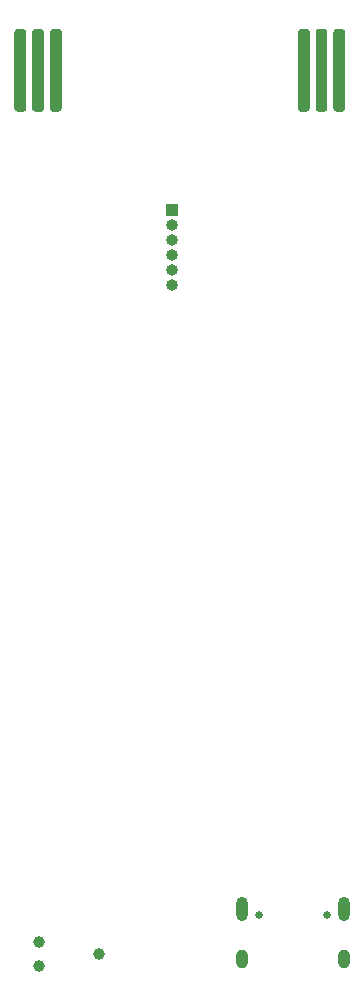
<source format=gbr>
%TF.GenerationSoftware,KiCad,Pcbnew,5.1.10*%
%TF.CreationDate,2021-05-11T19:06:34-06:00*%
%TF.ProjectId,LinkMeBaby,4c696e6b-4d65-4426-9162-792e6b696361,rev?*%
%TF.SameCoordinates,Original*%
%TF.FileFunction,Soldermask,Bot*%
%TF.FilePolarity,Negative*%
%FSLAX46Y46*%
G04 Gerber Fmt 4.6, Leading zero omitted, Abs format (unit mm)*
G04 Created by KiCad (PCBNEW 5.1.10) date 2021-05-11 19:06:34*
%MOMM*%
%LPD*%
G01*
G04 APERTURE LIST*
%ADD10O,1.000000X1.600000*%
%ADD11C,0.650000*%
%ADD12O,1.000000X2.100000*%
%ADD13R,1.000000X1.000000*%
%ADD14O,1.000000X1.000000*%
%ADD15C,0.991000*%
G04 APERTURE END LIST*
D10*
%TO.C,J1*%
X48820000Y-106850000D03*
D11*
X47390000Y-103200000D03*
D10*
X40180000Y-106850000D03*
D11*
X41610000Y-103200000D03*
D12*
X40180000Y-102670000D03*
X48820000Y-102670000D03*
%TD*%
D13*
%TO.C,J2*%
X34250000Y-43500000D03*
D14*
X34250000Y-44770000D03*
X34250000Y-46040000D03*
X34250000Y-47310000D03*
X34250000Y-48580000D03*
X34250000Y-49850000D03*
%TD*%
%TO.C,J3*%
G36*
G01*
X45900000Y-28400000D02*
X45900000Y-34900000D01*
G75*
G02*
X45650000Y-35150000I-250000J0D01*
G01*
X45150000Y-35150000D01*
G75*
G02*
X44900000Y-34900000I0J250000D01*
G01*
X44900000Y-28400000D01*
G75*
G02*
X45150000Y-28150000I250000J0D01*
G01*
X45650000Y-28150000D01*
G75*
G02*
X45900000Y-28400000I0J-250000D01*
G01*
G37*
G36*
G01*
X47400000Y-28400000D02*
X47400000Y-34900000D01*
G75*
G02*
X47150000Y-35150000I-250000J0D01*
G01*
X46650000Y-35150000D01*
G75*
G02*
X46400000Y-34900000I0J250000D01*
G01*
X46400000Y-28400000D01*
G75*
G02*
X46650000Y-28150000I250000J0D01*
G01*
X47150000Y-28150000D01*
G75*
G02*
X47400000Y-28400000I0J-250000D01*
G01*
G37*
G36*
G01*
X48900000Y-28400000D02*
X48900000Y-34900000D01*
G75*
G02*
X48650000Y-35150000I-250000J0D01*
G01*
X48150000Y-35150000D01*
G75*
G02*
X47900000Y-34900000I0J250000D01*
G01*
X47900000Y-28400000D01*
G75*
G02*
X48150000Y-28150000I250000J0D01*
G01*
X48650000Y-28150000D01*
G75*
G02*
X48900000Y-28400000I0J-250000D01*
G01*
G37*
%TD*%
%TO.C,J4*%
G36*
G01*
X24900000Y-28400000D02*
X24900000Y-34900000D01*
G75*
G02*
X24650000Y-35150000I-250000J0D01*
G01*
X24150000Y-35150000D01*
G75*
G02*
X23900000Y-34900000I0J250000D01*
G01*
X23900000Y-28400000D01*
G75*
G02*
X24150000Y-28150000I250000J0D01*
G01*
X24650000Y-28150000D01*
G75*
G02*
X24900000Y-28400000I0J-250000D01*
G01*
G37*
G36*
G01*
X23400000Y-28400000D02*
X23400000Y-34900000D01*
G75*
G02*
X23150000Y-35150000I-250000J0D01*
G01*
X22650000Y-35150000D01*
G75*
G02*
X22400000Y-34900000I0J250000D01*
G01*
X22400000Y-28400000D01*
G75*
G02*
X22650000Y-28150000I250000J0D01*
G01*
X23150000Y-28150000D01*
G75*
G02*
X23400000Y-28400000I0J-250000D01*
G01*
G37*
G36*
G01*
X21900000Y-28400000D02*
X21900000Y-34900000D01*
G75*
G02*
X21650000Y-35150000I-250000J0D01*
G01*
X21150000Y-35150000D01*
G75*
G02*
X20900000Y-34900000I0J250000D01*
G01*
X20900000Y-28400000D01*
G75*
G02*
X21150000Y-28150000I250000J0D01*
G01*
X21650000Y-28150000D01*
G75*
G02*
X21900000Y-28400000I0J-250000D01*
G01*
G37*
%TD*%
D15*
%TO.C,J5*%
X22960000Y-105484000D03*
X22960000Y-107516000D03*
X28040000Y-106500000D03*
%TD*%
M02*

</source>
